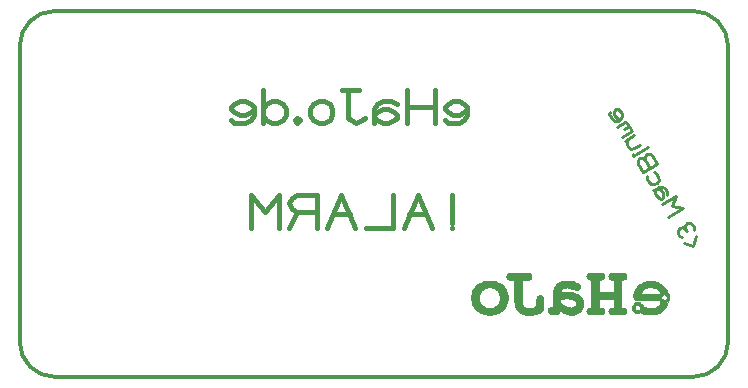
<source format=gbr>
G04 GENERATED BY PULSONIX 12.5 GERBER.DLL 9449*
G04 #@! TF.GenerationSoftware,Pulsonix,Pulsonix,12.5.9449*
G04 #@! TF.CreationDate,2025-04-26T21:18:15--1:00*
G04 #@! TF.Part,Single*
%FSLAX35Y35*%
%LPD*%
%MOMM*%
G04 #@! TF.FileFunction,Legend,Bot*
G04 #@! TF.FilePolarity,Positive*
G04 #@! TA.AperFunction,Profile*
%ADD10C,0.30000*%
G04 #@! TD.AperFunction*
%ADD12C,0.00001*%
%ADD107C,0.40000*%
%ADD108C,0.25000*%
G04 #@! TD.AperFunction*
X0Y0D02*
D02*
D10*
X703925Y3315500D02*
X6103925D01*
G75*
G02*
X6403925Y3015500I0J-300000D01*
G01*
Y515500D01*
G75*
G02*
X6103925Y215500I-300000J0D01*
G01*
X703925D01*
G75*
G02*
X403925Y515500I0J300000D01*
G01*
Y3015500D01*
G75*
G02*
X703925Y3315500I300000J0D01*
G01*
D02*
D12*
X5245548Y1038740D02*
Y802168D01*
X5234562D01*
X5225040Y800703D01*
X5218448Y799238D01*
X5214054Y797041D01*
X5209659Y792646D01*
X5206730Y787520D01*
X5204532Y781660D01*
X5203800Y775068D01*
X5204532Y767744D01*
X5205997Y761152D01*
X5209659Y756025D01*
X5213321Y752363D01*
X5216251Y750898D01*
X5219181Y749434D01*
X5222843Y747969D01*
X5227237Y747236D01*
X5233097Y746504D01*
X5238956Y745771D01*
X5246280D01*
X5253605D01*
X5311466D01*
X5323185D01*
X5332706Y747236D01*
X5340030Y749434D01*
X5345890Y752363D01*
X5349552Y756025D01*
X5352482Y761152D01*
X5354679Y767012D01*
Y774336D01*
X5353946Y782393D01*
X5351749Y788252D01*
X5348820Y794111D01*
X5343693Y798506D01*
X5337833Y800703D01*
X5330509Y802168D01*
X5321720Y802900D01*
X5311466Y803633D01*
X5307071D01*
Y879805D01*
X5438175D01*
Y803633D01*
X5427921D01*
X5419864Y802900D01*
X5412540Y802168D01*
X5405948Y799971D01*
X5400821Y797041D01*
X5395695Y792646D01*
X5392765Y787520D01*
X5390568Y781660D01*
X5389835Y775068D01*
X5390568Y767744D01*
X5392032Y761152D01*
X5394962Y756025D01*
X5398624Y752363D01*
X5403751Y749434D01*
X5411075Y747236D01*
X5419864Y745771D01*
X5430118D01*
X5504093D01*
X5513614D01*
X5522404Y747236D01*
X5528995Y750166D01*
X5533390Y753096D01*
X5537052Y757490D01*
X5539249Y762617D01*
X5540714Y768477D01*
X5541446Y775068D01*
X5540714Y782393D01*
X5538517Y788252D01*
X5535587Y793379D01*
X5531925Y797041D01*
X5526798Y799238D01*
X5520206Y800703D01*
X5510685Y802168D01*
X5499698D01*
Y1038740D01*
X5510685Y1039473D01*
X5520206Y1040937D01*
X5526798Y1043135D01*
X5531925Y1045332D01*
X5535587Y1048994D01*
X5538517Y1054121D01*
X5540714Y1060713D01*
X5541446Y1068037D01*
X5540714Y1074629D01*
X5539249Y1080488D01*
X5537052Y1084883D01*
X5533390Y1089277D01*
X5528263Y1092939D01*
X5521671Y1095137D01*
X5512882Y1096602D01*
X5502628D01*
X5433048D01*
X5421329D01*
X5412540Y1095137D01*
X5405216Y1093672D01*
X5400089Y1090742D01*
X5395695Y1087080D01*
X5392032Y1081953D01*
X5390568Y1075361D01*
X5389835Y1068037D01*
X5390568Y1060713D01*
X5392765Y1054121D01*
X5396427Y1048994D01*
X5401554Y1044600D01*
X5407413Y1042402D01*
X5414737Y1040205D01*
X5424259Y1039473D01*
X5434513Y1038740D01*
X5438175D01*
Y935469D01*
X5307071D01*
Y1038740D01*
X5317325D01*
X5326114Y1039473D01*
X5333439Y1040937D01*
X5339298Y1042402D01*
X5344425Y1045332D01*
X5349552Y1049727D01*
X5352482Y1054854D01*
X5353946Y1060713D01*
X5354679Y1068037D01*
X5353946Y1075361D01*
X5352482Y1081953D01*
X5349552Y1087080D01*
X5344425Y1090742D01*
X5339298Y1093672D01*
X5331974Y1095137D01*
X5321720Y1096602D01*
X5308536D01*
X5241886D01*
X5231632D01*
X5223575Y1095137D01*
X5216984Y1092939D01*
X5211857Y1089277D01*
X5208195Y1084883D01*
X5205997Y1080488D01*
X5204532Y1074629D01*
X5203800Y1068037D01*
X5204532Y1060713D01*
X5205997Y1054854D01*
X5209659Y1049727D01*
X5213321Y1045332D01*
X5218448Y1043135D01*
X5225040Y1040937D01*
X5234562Y1039473D01*
X5245548Y1038740D01*
G36*
X5245548Y1038740D02*
Y802168D01*
X5234562D01*
X5225040Y800703D01*
X5218448Y799238D01*
X5214054Y797041D01*
X5209659Y792646D01*
X5206730Y787520D01*
X5204532Y781660D01*
X5203800Y775068D01*
X5204532Y767744D01*
X5205997Y761152D01*
X5209659Y756025D01*
X5213321Y752363D01*
X5216251Y750898D01*
X5219181Y749434D01*
X5222843Y747969D01*
X5227237Y747236D01*
X5233097Y746504D01*
X5238956Y745771D01*
X5246280D01*
X5253605D01*
X5311466D01*
X5323185D01*
X5332706Y747236D01*
X5340030Y749434D01*
X5345890Y752363D01*
X5349552Y756025D01*
X5352482Y761152D01*
X5354679Y767012D01*
Y774336D01*
X5353946Y782393D01*
X5351749Y788252D01*
X5348820Y794111D01*
X5343693Y798506D01*
X5337833Y800703D01*
X5330509Y802168D01*
X5321720Y802900D01*
X5311466Y803633D01*
X5307071D01*
Y879805D01*
X5438175D01*
Y803633D01*
X5427921D01*
X5419864Y802900D01*
X5412540Y802168D01*
X5405948Y799971D01*
X5400821Y797041D01*
X5395695Y792646D01*
X5392765Y787520D01*
X5390568Y781660D01*
X5389835Y775068D01*
X5390568Y767744D01*
X5392032Y761152D01*
X5394962Y756025D01*
X5398624Y752363D01*
X5403751Y749434D01*
X5411075Y747236D01*
X5419864Y745771D01*
X5430118D01*
X5504093D01*
X5513614D01*
X5522404Y747236D01*
X5528995Y750166D01*
X5533390Y753096D01*
X5537052Y757490D01*
X5539249Y762617D01*
X5540714Y768477D01*
X5541446Y775068D01*
X5540714Y782393D01*
X5538517Y788252D01*
X5535587Y793379D01*
X5531925Y797041D01*
X5526798Y799238D01*
X5520206Y800703D01*
X5510685Y802168D01*
X5499698D01*
Y1038740D01*
X5510685Y1039473D01*
X5520206Y1040937D01*
X5526798Y1043135D01*
X5531925Y1045332D01*
X5535587Y1048994D01*
X5538517Y1054121D01*
X5540714Y1060713D01*
X5541446Y1068037D01*
X5540714Y1074629D01*
X5539249Y1080488D01*
X5537052Y1084883D01*
X5533390Y1089277D01*
X5528263Y1092939D01*
X5521671Y1095137D01*
X5512882Y1096602D01*
X5502628D01*
X5433048D01*
X5421329D01*
X5412540Y1095137D01*
X5405216Y1093672D01*
X5400089Y1090742D01*
X5395695Y1087080D01*
X5392032Y1081953D01*
X5390568Y1075361D01*
X5389835Y1068037D01*
X5390568Y1060713D01*
X5392765Y1054121D01*
X5396427Y1048994D01*
X5401554Y1044600D01*
X5407413Y1042402D01*
X5414737Y1040205D01*
X5424259Y1039473D01*
X5434513Y1038740D01*
X5438175D01*
Y935469D01*
X5307071D01*
Y1038740D01*
X5317325D01*
X5326114Y1039473D01*
X5333439Y1040937D01*
X5339298Y1042402D01*
X5344425Y1045332D01*
X5349552Y1049727D01*
X5352482Y1054854D01*
X5353946Y1060713D01*
X5354679Y1068037D01*
X5353946Y1075361D01*
X5352482Y1081953D01*
X5349552Y1087080D01*
X5344425Y1090742D01*
X5339298Y1093672D01*
X5331974Y1095137D01*
X5321720Y1096602D01*
X5308536D01*
X5241886D01*
X5231632D01*
X5223575Y1095137D01*
X5216984Y1092939D01*
X5211857Y1089277D01*
X5208195Y1084883D01*
X5205997Y1080488D01*
X5204532Y1074629D01*
X5203800Y1068037D01*
X5204532Y1060713D01*
X5205997Y1054854D01*
X5209659Y1049727D01*
X5213321Y1045332D01*
X5218448Y1043135D01*
X5225040Y1040937D01*
X5234562Y1039473D01*
X5245548Y1038740D01*
G37*
X4874210Y778730D02*
X4874943Y772139D01*
X4876407Y766279D01*
X4879337Y761885D01*
X4882999Y757490D01*
X4888126Y753828D01*
X4893253Y751631D01*
X4899112Y750166D01*
X4906437D01*
X4949650D01*
X4954777D01*
X4959904Y751631D01*
X4964298Y753828D01*
X4968693Y756025D01*
X4974552Y764814D01*
X4978214Y776533D01*
X4987003Y769941D01*
X4997257Y764082D01*
X5006779Y758955D01*
X5017765Y754561D01*
X5031681Y749434D01*
X5045597Y745771D01*
X5060245Y743574D01*
X5075626Y742842D01*
X5086612Y743574D01*
X5096866Y744307D01*
X5106388Y746504D01*
X5115909Y749434D01*
X5124698Y753096D01*
X5133487Y757490D01*
X5140812Y762617D01*
X5148136Y768477D01*
X5154728Y775068D01*
X5160587Y782393D01*
X5165714Y789717D01*
X5169376Y797773D01*
X5172306Y806562D01*
X5174503Y815352D01*
X5175968Y824873D01*
X5176700Y834395D01*
X5175968Y846113D01*
X5174503Y857832D01*
X5171573Y868086D01*
X5167179Y877607D01*
X5162052Y887129D01*
X5155460Y895186D01*
X5147404Y903242D01*
X5138614Y909834D01*
X5129093Y915693D01*
X5118839Y921553D01*
X5107853Y925947D01*
X5096134Y929609D01*
X5083683Y931807D01*
X5069767Y934004D01*
X5055118Y935469D01*
X5039737D01*
X5022892D01*
X5006046Y934004D01*
X4982609Y930342D01*
X4984073Y939863D01*
X4987003Y947920D01*
X4990665Y955244D01*
X4995792Y961104D01*
X5002384Y966230D01*
X5011905Y970625D01*
X5022892Y972822D01*
X5036075Y973555D01*
X5045597Y972822D01*
X5056583Y970625D01*
X5068302Y967695D01*
X5080753Y962568D01*
X5093937Y957441D01*
X5104191Y953779D01*
X5112980Y951582D01*
X5119571Y950850D01*
X5125431Y951582D01*
X5130558Y953047D01*
X5135685Y955977D01*
X5139347Y959639D01*
X5143009Y964766D01*
X5145206Y969893D01*
X5146671Y976484D01*
X5147404Y983076D01*
X5146671Y988203D01*
X5145206Y994062D01*
X5142277Y998457D01*
X5137882Y1003584D01*
X5132755Y1007979D01*
X5126163Y1011641D01*
X5118839Y1015303D01*
X5110050Y1018965D01*
X5093204Y1024092D01*
X5073429Y1027754D01*
X5052189Y1029951D01*
X5028019Y1030684D01*
X5015568Y1029951D01*
X5003849Y1028486D01*
X4992862Y1027021D01*
X4982609Y1023359D01*
X4973087Y1019697D01*
X4964298Y1015303D01*
X4956241Y1009443D01*
X4948917Y1003584D01*
X4942325Y996260D01*
X4936466Y988203D01*
X4932071Y979414D01*
X4928409Y969893D01*
X4924747Y959639D01*
X4923282Y948652D01*
X4921818Y936934D01*
X4921085Y923750D01*
Y807295D01*
X4916691D01*
X4906437Y806562D01*
X4897648Y805830D01*
X4891056Y804365D01*
X4885196Y802168D01*
X4880802Y797773D01*
X4877140Y792646D01*
X4874943Y786787D01*
X4874210Y778730D01*
X5004581Y879805D02*
X5017765Y881270D01*
X5031681Y882002D01*
X5050724Y880537D01*
X5066837Y878340D01*
X5081486Y874678D01*
X5093937Y868818D01*
X5102726Y862227D01*
X5108585Y854902D01*
X5112980Y846846D01*
X5113712Y838057D01*
X5112980Y830732D01*
X5110782Y824873D01*
X5107120Y819746D01*
X5101993Y814619D01*
X5095402Y809492D01*
X5087345Y806562D01*
X5078556Y804365D01*
X5069034Y803633D01*
X5052921Y804365D01*
X5037540Y808027D01*
X5022159Y813154D01*
X5008243Y821211D01*
X5002384Y824873D01*
X4997257Y828535D01*
X4992862Y832930D01*
X4989200Y836592D01*
X4986271Y840254D01*
X4984073Y843916D01*
X4983341Y847578D01*
X4982609Y851240D01*
Y875410D01*
X5004581Y879805D01*
X4921085Y923750D02*
G36*
X4921085Y923750D02*
Y842817D01*
X4984733D01*
X4984073Y843916D01*
X4983341Y847578D01*
X4982609Y851240D01*
Y875410D01*
X5004581Y879805D01*
X5017765Y881270D01*
X5031681Y882002D01*
X5050724Y880537D01*
X5066837Y878340D01*
X5081486Y874678D01*
X5093937Y868818D01*
X5102726Y862227D01*
X5108585Y854902D01*
X5112980Y846846D01*
X5113316Y842817D01*
X5176174D01*
X5175968Y846113D01*
X5174503Y857832D01*
X5171573Y868086D01*
X5167179Y877607D01*
X5162052Y887129D01*
X5155460Y895186D01*
X5147404Y903242D01*
X5138614Y909834D01*
X5129093Y915693D01*
X5118839Y921553D01*
X5107853Y925947D01*
X5096134Y929609D01*
X5083683Y931807D01*
X5069767Y934004D01*
X5055118Y935469D01*
X5039737D01*
X5022892D01*
X5006046Y934004D01*
X4982609Y930342D01*
X4984073Y939863D01*
X4987003Y947920D01*
X4990665Y955244D01*
X4995792Y961104D01*
X5002384Y966230D01*
X5011905Y970625D01*
X5022892Y972822D01*
X5036075Y973555D01*
X5045597Y972822D01*
X5056583Y970625D01*
X5068302Y967695D01*
X5080753Y962568D01*
X5093937Y957441D01*
X5104191Y953779D01*
X5112980Y951582D01*
X5119571Y950850D01*
X5125431Y951582D01*
X5130558Y953047D01*
X5135685Y955977D01*
X5139347Y959639D01*
X5143009Y964766D01*
X5145206Y969893D01*
X5146671Y976484D01*
X5147404Y983076D01*
X5146671Y988203D01*
X5145206Y994062D01*
X5142277Y998457D01*
X5137882Y1003584D01*
X5132755Y1007979D01*
X5126163Y1011641D01*
X5118839Y1015303D01*
X5110050Y1018965D01*
X5093204Y1024092D01*
X5073429Y1027754D01*
X5052189Y1029951D01*
X5028019Y1030684D01*
X5015568Y1029951D01*
X5003849Y1028486D01*
X4992862Y1027021D01*
X4982609Y1023359D01*
X4973087Y1019697D01*
X4964298Y1015303D01*
X4956241Y1009443D01*
X4948917Y1003584D01*
X4942325Y996260D01*
X4936466Y988203D01*
X4932071Y979414D01*
X4928409Y969893D01*
X4924747Y959639D01*
X4923282Y948652D01*
X4921818Y936934D01*
X4921085Y923750D01*
G37*
X4874210Y778730D02*
G36*
X4874210Y778730D02*
X4874943Y772139D01*
X4876407Y766279D01*
X4879337Y761885D01*
X4882999Y757490D01*
X4888126Y753828D01*
X4893253Y751631D01*
X4899112Y750166D01*
X4906437D01*
X4949650D01*
X4954777D01*
X4959904Y751631D01*
X4964298Y753828D01*
X4968693Y756025D01*
X4974552Y764814D01*
X4978214Y776533D01*
X4987003Y769941D01*
X4997257Y764082D01*
X5006779Y758955D01*
X5017765Y754561D01*
X5031681Y749434D01*
X5045597Y745771D01*
X5060245Y743574D01*
X5075626Y742842D01*
X5086612Y743574D01*
X5096866Y744307D01*
X5106388Y746504D01*
X5115909Y749434D01*
X5124698Y753096D01*
X5133487Y757490D01*
X5140812Y762617D01*
X5148136Y768477D01*
X5154728Y775068D01*
X5160587Y782393D01*
X5165714Y789717D01*
X5169376Y797773D01*
X5172306Y806562D01*
X5174503Y815352D01*
X5175968Y824873D01*
X5176700Y834395D01*
X5176174Y842817D01*
X5113316D01*
X5113712Y838057D01*
X5112980Y830732D01*
X5110782Y824873D01*
X5107120Y819746D01*
X5101993Y814619D01*
X5095402Y809492D01*
X5087345Y806562D01*
X5078556Y804365D01*
X5069034Y803633D01*
X5052921Y804365D01*
X5037540Y808027D01*
X5022159Y813154D01*
X5008243Y821211D01*
X5002384Y824873D01*
X4997257Y828535D01*
X4992862Y832930D01*
X4989200Y836592D01*
X4986271Y840254D01*
X4984733Y842817D01*
X4921085D01*
Y807295D01*
X4916691D01*
X4906437Y806562D01*
X4897648Y805830D01*
X4891056Y804365D01*
X4885196Y802168D01*
X4880802Y797773D01*
X4877140Y792646D01*
X4874943Y786787D01*
X4874210Y778730D01*
G37*
X4524845Y1068037D02*
X4525577Y1060713D01*
X4527775Y1054121D01*
X4530704Y1048994D01*
X4535099Y1044600D01*
X4540226Y1042402D01*
X4546818Y1040205D01*
X4555607Y1039473D01*
X4566593Y1038740D01*
X4592960D01*
Y870283D01*
X4593693Y854170D01*
X4595157Y839521D01*
X4597355Y825605D01*
X4600284Y812422D01*
X4604679Y800703D01*
X4609806Y790449D01*
X4615665Y780928D01*
X4622257Y772871D01*
X4630314Y765547D01*
X4639835Y759687D01*
X4649357Y753828D01*
X4661075Y749434D01*
X4672794Y746504D01*
X4686710Y743574D01*
X4700626Y742109D01*
X4716007D01*
X4729923D01*
X4743107Y743574D01*
X4755558Y745039D01*
X4768009Y747969D01*
X4779728Y750898D01*
X4792179Y756025D01*
X4804630Y761152D01*
X4817081Y767744D01*
X4822941Y770674D01*
X4827335Y774336D01*
X4830997Y777266D01*
X4833195Y780928D01*
X4834659Y785322D01*
X4836124Y790449D01*
X4836857Y797041D01*
Y804365D01*
Y869551D01*
Y880537D01*
X4835392Y888594D01*
X4833927Y895186D01*
X4830997Y899580D01*
X4827335Y903242D01*
X4822208Y906172D01*
X4817081Y907637D01*
X4811222Y908369D01*
X4801700Y906904D01*
X4794376Y903975D01*
X4787784Y898848D01*
X4784122Y891523D01*
X4782657Y887861D01*
X4781193Y883467D01*
Y880537D01*
X4780460Y876875D01*
Y873213D01*
Y868086D01*
Y865156D01*
X4779728Y849775D01*
X4777530Y835859D01*
X4774601Y827070D01*
X4769474Y819014D01*
X4764347Y812422D01*
X4757755Y805830D01*
X4748966Y801436D01*
X4740177Y797773D01*
X4729923Y796309D01*
X4718937Y795576D01*
X4702823Y796309D01*
X4689640Y799971D01*
X4678654Y805830D01*
X4669864Y813887D01*
X4666935Y819014D01*
X4663273Y824141D01*
X4661075Y831465D01*
X4658878Y838789D01*
X4657413Y847578D01*
X4655948Y856367D01*
X4655216Y866621D01*
Y877607D01*
Y1038740D01*
X4695499D01*
X4707218Y1039473D01*
X4716007Y1040205D01*
X4722599Y1042402D01*
X4727726Y1044600D01*
X4732120Y1048994D01*
X4735782Y1054121D01*
X4737247Y1060713D01*
X4737980Y1068037D01*
Y1074629D01*
X4736515Y1080488D01*
X4733585Y1084883D01*
X4730655Y1089277D01*
X4726261Y1092939D01*
X4721134Y1095137D01*
X4715275Y1096602D01*
X4708683D01*
X4553409D01*
X4546818D01*
X4540958Y1095137D01*
X4536564Y1092207D01*
X4532169Y1088545D01*
X4529239Y1084150D01*
X4527042Y1079756D01*
X4525577Y1073896D01*
X4524845Y1068037D01*
G36*
X4524845Y1068037D02*
X4525577Y1060713D01*
X4527775Y1054121D01*
X4530704Y1048994D01*
X4535099Y1044600D01*
X4540226Y1042402D01*
X4546818Y1040205D01*
X4555607Y1039473D01*
X4566593Y1038740D01*
X4592960D01*
Y870283D01*
X4593693Y854170D01*
X4595157Y839521D01*
X4597355Y825605D01*
X4600284Y812422D01*
X4604679Y800703D01*
X4609806Y790449D01*
X4615665Y780928D01*
X4622257Y772871D01*
X4630314Y765547D01*
X4639835Y759687D01*
X4649357Y753828D01*
X4661075Y749434D01*
X4672794Y746504D01*
X4686710Y743574D01*
X4700626Y742109D01*
X4716007D01*
X4729923D01*
X4743107Y743574D01*
X4755558Y745039D01*
X4768009Y747969D01*
X4779728Y750898D01*
X4792179Y756025D01*
X4804630Y761152D01*
X4817081Y767744D01*
X4822941Y770674D01*
X4827335Y774336D01*
X4830997Y777266D01*
X4833195Y780928D01*
X4834659Y785322D01*
X4836124Y790449D01*
X4836857Y797041D01*
Y804365D01*
Y869551D01*
Y880537D01*
X4835392Y888594D01*
X4833927Y895186D01*
X4830997Y899580D01*
X4827335Y903242D01*
X4822208Y906172D01*
X4817081Y907637D01*
X4811222Y908369D01*
X4801700Y906904D01*
X4794376Y903975D01*
X4787784Y898848D01*
X4784122Y891523D01*
X4782657Y887861D01*
X4781193Y883467D01*
Y880537D01*
X4780460Y876875D01*
Y873213D01*
Y868086D01*
Y865156D01*
X4779728Y849775D01*
X4777530Y835859D01*
X4774601Y827070D01*
X4769474Y819014D01*
X4764347Y812422D01*
X4757755Y805830D01*
X4748966Y801436D01*
X4740177Y797773D01*
X4729923Y796309D01*
X4718937Y795576D01*
X4702823Y796309D01*
X4689640Y799971D01*
X4678654Y805830D01*
X4669864Y813887D01*
X4666935Y819014D01*
X4663273Y824141D01*
X4661075Y831465D01*
X4658878Y838789D01*
X4657413Y847578D01*
X4655948Y856367D01*
X4655216Y866621D01*
Y877607D01*
Y1038740D01*
X4695499D01*
X4707218Y1039473D01*
X4716007Y1040205D01*
X4722599Y1042402D01*
X4727726Y1044600D01*
X4732120Y1048994D01*
X4735782Y1054121D01*
X4737247Y1060713D01*
X4737980Y1068037D01*
Y1074629D01*
X4736515Y1080488D01*
X4733585Y1084883D01*
X4730655Y1089277D01*
X4726261Y1092939D01*
X4721134Y1095137D01*
X4715275Y1096602D01*
X4708683D01*
X4553409D01*
X4546818D01*
X4540958Y1095137D01*
X4536564Y1092207D01*
X4532169Y1088545D01*
X4529239Y1084150D01*
X4527042Y1079756D01*
X4525577Y1073896D01*
X4524845Y1068037D01*
G37*
X4228214Y887129D02*
X4228946Y871748D01*
X4230411Y857100D01*
X4234073Y842451D01*
X4238468Y829268D01*
X4245060Y816816D01*
X4252384Y805098D01*
X4261173Y793379D01*
X4271427Y783125D01*
X4282413Y773604D01*
X4294132Y765547D01*
X4307316Y758955D01*
X4320499Y753096D01*
X4335148Y748701D01*
X4349796Y745771D01*
X4365909Y743574D01*
X4382755Y742842D01*
X4399601Y743574D01*
X4414982Y745771D01*
X4430362Y748701D01*
X4444279Y753096D01*
X4457462Y758955D01*
X4470646Y765547D01*
X4482364Y773604D01*
X4493351Y783125D01*
X4503605Y793379D01*
X4512394Y805098D01*
X4519718Y816816D01*
X4526310Y829268D01*
X4530704Y842451D01*
X4534366Y856367D01*
X4535831Y871016D01*
X4536564Y886396D01*
X4535831Y901777D01*
X4534366Y917158D01*
X4530704Y931074D01*
X4526310Y944258D01*
X4519718Y956709D01*
X4512394Y968428D01*
X4503605Y980146D01*
X4493351Y990400D01*
X4482364Y999922D01*
X4470646Y1007979D01*
X4457462Y1014570D01*
X4444279Y1020430D01*
X4430362Y1024824D01*
X4414982Y1027754D01*
X4398868Y1029951D01*
X4382755Y1030684D01*
X4365909Y1029951D01*
X4349796Y1027754D01*
X4335148Y1024824D01*
X4320499Y1020430D01*
X4307316Y1014570D01*
X4294132Y1007979D01*
X4282413Y999922D01*
X4271427Y990400D01*
X4261173Y980146D01*
X4252384Y968428D01*
X4245060Y956709D01*
X4238468Y944258D01*
X4234073Y931074D01*
X4230411Y917158D01*
X4228946Y902510D01*
X4228214Y887129D01*
X4469913D02*
X4469181Y877607D01*
X4468448Y868818D01*
X4466251Y860029D01*
X4464054Y851973D01*
X4460392Y844648D01*
X4455997Y837324D01*
X4450870Y830732D01*
X4445743Y824141D01*
X4439152Y818281D01*
X4432560Y813154D01*
X4425236Y809492D01*
X4417911Y805830D01*
X4409122Y802900D01*
X4401066Y801436D01*
X4391544Y799971D01*
X4382023D01*
X4373234D01*
X4363712Y801436D01*
X4354923Y802900D01*
X4346866Y805830D01*
X4339542Y809492D01*
X4332218Y813154D01*
X4325626Y818281D01*
X4319034Y824141D01*
X4313175Y830732D01*
X4308048Y837324D01*
X4303654Y844648D01*
X4300724Y851973D01*
X4297794Y860029D01*
X4295597Y868086D01*
X4294864Y877607D01*
X4294132Y886396D01*
X4294864Y895918D01*
X4295597Y904707D01*
X4297794Y913496D01*
X4300724Y921553D01*
X4303654Y928877D01*
X4308048Y936201D01*
X4313175Y943525D01*
X4319034Y949385D01*
X4325626Y955244D01*
X4332218Y960371D01*
X4339542Y964766D01*
X4346866Y968428D01*
X4354923Y970625D01*
X4363712Y972822D01*
X4373234Y973555D01*
X4382023Y974287D01*
X4391544Y973555D01*
X4401066Y972822D01*
X4409122Y970625D01*
X4417911Y968428D01*
X4425236Y964766D01*
X4432560Y960371D01*
X4439152Y955244D01*
X4445743Y949385D01*
X4450870Y943525D01*
X4455997Y936201D01*
X4460392Y929609D01*
X4464054Y921553D01*
X4466251Y913496D01*
X4468448Y905439D01*
X4469181Y896650D01*
X4469913Y887129D01*
X4228214D02*
G36*
X4228214Y887129D02*
X4294188D01*
X4294864Y895918D01*
X4295597Y904707D01*
X4297794Y913496D01*
X4300724Y921553D01*
X4303654Y928877D01*
X4308048Y936201D01*
X4313175Y943525D01*
X4319034Y949385D01*
X4325626Y955244D01*
X4332218Y960371D01*
X4339542Y964766D01*
X4346866Y968428D01*
X4354923Y970625D01*
X4363712Y972822D01*
X4373234Y973555D01*
X4382023Y974287D01*
X4391544Y973555D01*
X4401066Y972822D01*
X4409122Y970625D01*
X4417911Y968428D01*
X4425236Y964766D01*
X4432560Y960371D01*
X4439152Y955244D01*
X4445743Y949385D01*
X4450870Y943525D01*
X4455997Y936201D01*
X4460392Y929609D01*
X4464054Y921553D01*
X4466251Y913496D01*
X4468448Y905439D01*
X4469181Y896650D01*
X4469913Y887129D01*
X4536529D01*
X4535831Y901777D01*
X4534366Y917158D01*
X4530704Y931074D01*
X4526310Y944258D01*
X4519718Y956709D01*
X4512394Y968428D01*
X4503605Y980146D01*
X4493351Y990400D01*
X4482364Y999922D01*
X4470646Y1007979D01*
X4457462Y1014570D01*
X4444279Y1020430D01*
X4430362Y1024824D01*
X4414982Y1027754D01*
X4398868Y1029951D01*
X4382755Y1030684D01*
X4365909Y1029951D01*
X4349796Y1027754D01*
X4335148Y1024824D01*
X4320499Y1020430D01*
X4307316Y1014570D01*
X4294132Y1007979D01*
X4282413Y999922D01*
X4271427Y990400D01*
X4261173Y980146D01*
X4252384Y968428D01*
X4245060Y956709D01*
X4238468Y944258D01*
X4234073Y931074D01*
X4230411Y917158D01*
X4228946Y902510D01*
X4228214Y887129D01*
G37*
G36*
X4228214Y887129D02*
X4228946Y871748D01*
X4230411Y857100D01*
X4234073Y842451D01*
X4238468Y829268D01*
X4245060Y816816D01*
X4252384Y805098D01*
X4261173Y793379D01*
X4271427Y783125D01*
X4282413Y773604D01*
X4294132Y765547D01*
X4307316Y758955D01*
X4320499Y753096D01*
X4335148Y748701D01*
X4349796Y745771D01*
X4365909Y743574D01*
X4382755Y742842D01*
X4399601Y743574D01*
X4414982Y745771D01*
X4430362Y748701D01*
X4444279Y753096D01*
X4457462Y758955D01*
X4470646Y765547D01*
X4482364Y773604D01*
X4493351Y783125D01*
X4503605Y793379D01*
X4512394Y805098D01*
X4519718Y816816D01*
X4526310Y829268D01*
X4530704Y842451D01*
X4534366Y856367D01*
X4535831Y871016D01*
X4536564Y886396D01*
X4536529Y887129D01*
X4469913D01*
X4469181Y877607D01*
X4468448Y868818D01*
X4466251Y860029D01*
X4464054Y851973D01*
X4460392Y844648D01*
X4455997Y837324D01*
X4450870Y830732D01*
X4445743Y824141D01*
X4439152Y818281D01*
X4432560Y813154D01*
X4425236Y809492D01*
X4417911Y805830D01*
X4409122Y802900D01*
X4401066Y801436D01*
X4391544Y799971D01*
X4382023D01*
X4373234D01*
X4363712Y801436D01*
X4354923Y802900D01*
X4346866Y805830D01*
X4339542Y809492D01*
X4332218Y813154D01*
X4325626Y818281D01*
X4319034Y824141D01*
X4313175Y830732D01*
X4308048Y837324D01*
X4303654Y844648D01*
X4300724Y851973D01*
X4297794Y860029D01*
X4295597Y868086D01*
X4294864Y877607D01*
X4294132Y886396D01*
X4294188Y887129D01*
X4228214D01*
G37*
X5660831Y841719D02*
X5652775Y846113D01*
X5644718Y848311D01*
X5635196Y849043D01*
X5626407Y848311D01*
X5617618Y846113D01*
X5609562Y841719D01*
X5602970Y835859D01*
X5597111Y828535D01*
X5592716Y820479D01*
X5590519Y811689D01*
X5589054Y802900D01*
X5590519Y794111D01*
X5592716Y784590D01*
X5597111Y777266D01*
X5602237Y769941D01*
X5609562Y764082D01*
X5617618Y759687D01*
X5626407Y757490D01*
X5635196Y756758D01*
X5644718Y757490D01*
X5657169Y762617D01*
X5673282Y756758D01*
X5688663Y752363D01*
X5703312Y748701D01*
X5718693Y746504D01*
X5734073Y745771D01*
X5748722D01*
X5764835Y746504D01*
X5780216Y747969D01*
X5794132Y750898D01*
X5808048Y755293D01*
X5820499Y760420D01*
X5832218Y767012D01*
X5843937Y774336D01*
X5854191Y783125D01*
X5867374Y798506D01*
X5878361Y816084D01*
X5886417Y835859D01*
X5892277Y857832D01*
X5899601Y866621D01*
X5904728Y876875D01*
X5906193Y888594D01*
X5905460Y901045D01*
X5902530Y909102D01*
X5898868Y917158D01*
X5893741Y923750D01*
X5887150Y929609D01*
X5881290Y945723D01*
X5873234Y961104D01*
X5862980Y975020D01*
X5851261Y988203D01*
X5840275Y996992D01*
X5828556Y1005049D01*
X5816105Y1011641D01*
X5802921Y1016768D01*
X5789005Y1021162D01*
X5773624Y1024092D01*
X5758243Y1026289D01*
X5742130Y1027021D01*
X5726749Y1026289D01*
X5712833Y1024824D01*
X5699650Y1021895D01*
X5686466Y1017500D01*
X5674015Y1012373D01*
X5663029Y1006514D01*
X5652042Y999189D01*
X5641788Y990400D01*
X5632267Y980879D01*
X5624210Y970625D01*
X5616886Y959639D01*
X5611027Y948652D01*
X5606632Y936934D01*
X5603702Y925215D01*
X5601505Y912031D01*
Y899580D01*
Y890791D01*
X5602970Y883467D01*
X5605900Y878340D01*
X5609562Y873945D01*
X5614689Y871016D01*
X5623478Y869551D01*
X5634464Y868086D01*
X5649112D01*
X5820499D01*
X5824894Y861494D01*
X5830753Y855635D01*
X5827823Y843916D01*
X5822696Y833662D01*
X5816837Y824141D01*
X5808780Y816084D01*
X5796329Y807295D01*
X5781681Y800703D01*
X5764103Y797041D01*
X5744327Y796309D01*
X5730411Y797041D01*
X5714298Y799971D01*
X5698185Y804365D01*
X5681339Y810957D01*
Y811689D01*
X5678409Y820479D01*
X5674015Y829268D01*
X5668155Y835859D01*
X5660831Y841719D01*
X5800724Y959639D02*
X5808780Y952314D01*
X5816105Y943525D01*
X5821964Y934736D01*
X5827091Y923750D01*
X5820499Y916426D01*
X5664493Y915693D01*
X5667423Y928145D01*
X5672550Y939863D01*
X5679874Y950117D01*
X5688663Y958906D01*
X5700382Y966963D01*
X5712833Y972090D01*
X5726749Y975752D01*
X5742130Y977217D01*
X5758976Y975752D01*
X5774357Y972822D01*
X5788273Y966963D01*
X5800724Y959639D01*
X5847599Y872480D02*
X5843937Y875410D01*
X5841007Y879072D01*
X5838810Y882734D01*
X5837345Y887129D01*
Y891523D01*
Y895918D01*
X5838810Y900312D01*
X5841007Y903975D01*
X5843937Y907637D01*
X5847599Y910566D01*
X5851261Y912764D01*
X5855655Y913496D01*
X5860050Y914229D01*
X5864445Y913496D01*
X5868839Y912764D01*
X5873234Y910566D01*
X5876163Y907637D01*
X5879093Y904707D01*
X5882755Y896650D01*
Y891523D01*
Y887129D01*
X5881290Y883467D01*
X5879093Y879072D01*
X5876896Y875410D01*
X5873234Y873213D01*
X5869571Y871016D01*
X5865177Y869551D01*
X5860782Y868818D01*
X5856388Y869551D01*
X5851993Y871016D01*
X5847599Y872480D01*
X5622745Y783857D02*
X5619083Y786787D01*
X5616886Y790449D01*
X5614689Y794111D01*
X5613224Y799238D01*
X5612491Y803633D01*
X5613224Y808027D01*
X5614689Y811689D01*
X5616154Y816084D01*
X5622745Y821943D01*
X5630802Y825605D01*
X5635929Y826338D01*
X5640323Y825605D01*
X5644718Y824141D01*
X5648380Y821943D01*
X5652042Y819014D01*
X5654972Y815352D01*
X5657902Y807295D01*
X5658634Y802900D01*
X5657902Y798506D01*
X5657169Y794111D01*
X5654239Y790449D01*
X5651310Y786787D01*
X5647648Y783857D01*
X5643986Y781660D01*
X5639591Y780928D01*
X5635196Y780195D01*
X5630802Y780928D01*
X5627140Y781660D01*
X5622745Y783857D01*
X5589115Y803266D02*
G36*
X5589115Y803266D02*
X5612552D01*
X5612491Y803633D01*
X5613224Y808027D01*
X5614689Y811689D01*
X5616154Y816084D01*
X5622745Y821943D01*
X5630802Y825605D01*
X5635929Y826338D01*
X5640323Y825605D01*
X5644718Y824141D01*
X5648380Y821943D01*
X5652042Y819014D01*
X5654972Y815352D01*
X5657902Y807295D01*
X5658573Y803266D01*
X5702215D01*
X5698185Y804365D01*
X5681339Y810957D01*
Y811689D01*
X5678409Y820479D01*
X5674015Y829268D01*
X5668155Y835859D01*
X5660831Y841719D01*
X5652775Y846113D01*
X5644718Y848311D01*
X5635196Y849043D01*
X5626407Y848311D01*
X5617618Y846113D01*
X5609562Y841719D01*
X5602970Y835859D01*
X5597111Y828535D01*
X5592716Y820479D01*
X5590519Y811689D01*
X5589115Y803266D01*
G37*
X5589054Y802900D02*
G36*
X5589054Y802900D02*
X5590519Y794111D01*
X5592716Y784590D01*
X5597111Y777266D01*
X5602237Y769941D01*
X5609562Y764082D01*
X5617618Y759687D01*
X5626407Y757490D01*
X5635196Y756758D01*
X5644718Y757490D01*
X5657169Y762617D01*
X5673282Y756758D01*
X5688663Y752363D01*
X5703312Y748701D01*
X5718693Y746504D01*
X5734073Y745771D01*
X5748722D01*
X5764835Y746504D01*
X5780216Y747969D01*
X5794132Y750898D01*
X5808048Y755293D01*
X5820499Y760420D01*
X5832218Y767012D01*
X5843937Y774336D01*
X5854191Y783125D01*
X5867374Y798506D01*
X5870349Y803266D01*
X5787376D01*
X5781681Y800703D01*
X5764103Y797041D01*
X5744327Y796309D01*
X5730411Y797041D01*
X5714298Y799971D01*
X5702215Y803266D01*
X5658573D01*
X5658634Y802900D01*
X5657902Y798506D01*
X5657169Y794111D01*
X5654239Y790449D01*
X5651310Y786787D01*
X5647648Y783857D01*
X5643986Y781660D01*
X5639591Y780928D01*
X5635196Y780195D01*
X5630802Y780928D01*
X5627140Y781660D01*
X5622745Y783857D01*
X5619083Y786787D01*
X5616886Y790449D01*
X5614689Y794111D01*
X5613224Y799238D01*
X5612552Y803266D01*
X5589115D01*
X5589054Y802900D01*
G37*
X5610203Y946455D02*
G36*
X5610203Y946455D02*
X5677258D01*
X5679874Y950117D01*
X5688663Y958906D01*
X5700382Y966963D01*
X5712833Y972090D01*
X5726749Y975752D01*
X5742130Y977217D01*
X5758976Y975752D01*
X5774357Y972822D01*
X5788273Y966963D01*
X5800724Y959639D01*
X5808780Y952314D01*
X5813663Y946455D01*
X5880907D01*
X5873234Y961104D01*
X5862980Y975020D01*
X5851261Y988203D01*
X5840275Y996992D01*
X5828556Y1005049D01*
X5816105Y1011641D01*
X5802921Y1016768D01*
X5789005Y1021162D01*
X5773624Y1024092D01*
X5758243Y1026289D01*
X5742130Y1027021D01*
X5726749Y1026289D01*
X5712833Y1024824D01*
X5699650Y1021895D01*
X5686466Y1017500D01*
X5674015Y1012373D01*
X5663029Y1006514D01*
X5652042Y999189D01*
X5641788Y990400D01*
X5632267Y980879D01*
X5624210Y970625D01*
X5616886Y959639D01*
X5611027Y948652D01*
X5610203Y946455D01*
G37*
X5601505Y912031D02*
G36*
X5601505Y912031D02*
Y899580D01*
Y891523D01*
X5837345D01*
Y895918D01*
X5838810Y900312D01*
X5841007Y903975D01*
X5843937Y907637D01*
X5847599Y910566D01*
X5851261Y912764D01*
X5855655Y913496D01*
X5860050Y914229D01*
X5864445Y913496D01*
X5868839Y912764D01*
X5873234Y910566D01*
X5876163Y907637D01*
X5879093Y904707D01*
X5882755Y896650D01*
Y891523D01*
X5906021D01*
X5905460Y901045D01*
X5902530Y909102D01*
X5898868Y917158D01*
X5893741Y923750D01*
X5887150Y929609D01*
X5881290Y945723D01*
X5880907Y946455D01*
X5813663D01*
X5816105Y943525D01*
X5821964Y934736D01*
X5827091Y923750D01*
X5820499Y916426D01*
X5664493Y915693D01*
X5667423Y928145D01*
X5672550Y939863D01*
X5677258Y946455D01*
X5610203D01*
X5606632Y936934D01*
X5603702Y925215D01*
X5601505Y912031D01*
G37*
Y891523D02*
G36*
X5601505Y891523D02*
Y890791D01*
X5602970Y883467D01*
X5605900Y878340D01*
X5609562Y873945D01*
X5614689Y871016D01*
X5623478Y869551D01*
X5634464Y868086D01*
X5649112D01*
X5820499D01*
X5824894Y861494D01*
X5830753Y855635D01*
X5827823Y843916D01*
X5822696Y833662D01*
X5816837Y824141D01*
X5808780Y816084D01*
X5796329Y807295D01*
X5787376Y803266D01*
X5870349D01*
X5878361Y816084D01*
X5886417Y835859D01*
X5892277Y857832D01*
X5899601Y866621D01*
X5904728Y876875D01*
X5906193Y888594D01*
X5906021Y891523D01*
X5882755D01*
Y887129D01*
X5881290Y883467D01*
X5879093Y879072D01*
X5876896Y875410D01*
X5873234Y873213D01*
X5869571Y871016D01*
X5865177Y869551D01*
X5860782Y868818D01*
X5856388Y869551D01*
X5851993Y871016D01*
X5847599Y872480D01*
X5843937Y875410D01*
X5841007Y879072D01*
X5838810Y882734D01*
X5837345Y887129D01*
Y891523D01*
X5601505D01*
G37*
D02*
D107*
X4065425Y1475088D02*
X4065426Y1475089D01*
X4065425Y1522147D02*
X4065425Y1757441D01*
X3893425Y1475088D02*
X3775778Y1757441D01*
X3658131Y1475088D01*
X3846366Y1592735D02*
X3705190Y1592735D01*
X3569425Y1757441D02*
X3569425Y1475088D01*
X3334131D01*
X3245425D02*
X3127778Y1757441D01*
X3010131Y1475088D01*
X3198366Y1592735D02*
X3057190Y1592735D01*
X2921425Y1475088D02*
X2921425Y1757441D01*
X2756719D01*
X2709660Y1733912D01*
X2686131Y1686853D01*
X2709660Y1639794D01*
X2756719Y1616265D01*
X2921425D01*
X2756719D02*
X2686131Y1475088D01*
X2597425D02*
X2597425Y1757441D01*
X2479778Y1616265D01*
X2362131Y1757441D01*
Y1475088D01*
X4004190Y2387618D02*
X4027719Y2364088D01*
X4074778D01*
X4121837D01*
X4168896Y2387618D01*
X4192425Y2434676D01*
Y2505265D01*
X4168896Y2528794D01*
X4121837Y2552324D01*
X4074778D01*
X4027719Y2528794D01*
X4004190Y2505265D01*
Y2481735D01*
X4027719Y2458206D01*
X4074778Y2434676D01*
X4121837D01*
X4168896Y2458206D01*
X4192425Y2481735D01*
X3920425Y2364088D02*
X3920425Y2646441D01*
Y2505265D02*
X3685131Y2505265D01*
Y2364088D02*
X3685131Y2646441D01*
X3596425Y2528794D02*
X3549366Y2552324D01*
X3478778D01*
X3431719Y2528794D01*
X3408190Y2481735D01*
Y2411147D01*
X3431719Y2387618D01*
X3478778Y2364088D01*
X3525837D01*
X3572896Y2387618D01*
X3596425Y2411147D01*
Y2434676D01*
X3572896Y2458206D01*
X3525837Y2481735D01*
X3478778D01*
X3431719Y2458206D01*
X3408190Y2434676D01*
Y2411147D02*
X3408190Y2364088D01*
X3324425Y2411147D02*
X3300896Y2387618D01*
X3253837Y2364088D01*
X3206778Y2387618D01*
X3183249Y2411147D01*
Y2646441D01*
X3136190D01*
X3183249D02*
X3277366Y2646441D01*
X3052425Y2434676D02*
X3028896Y2387618D01*
X2981837Y2364088D01*
X2934778D01*
X2887719Y2387618D01*
X2864190Y2434676D01*
Y2481735D01*
X2887719Y2528794D01*
X2934778Y2552324D01*
X2981837D01*
X3028896Y2528794D01*
X3052425Y2481735D01*
Y2434676D01*
X2756896Y2364088D02*
X2733366Y2387618D01*
X2756896Y2411147D01*
X2780425Y2387618D01*
X2756896Y2364088D01*
X2468190Y2481735D02*
X2491719Y2528794D01*
X2538778Y2552324D01*
X2585837D01*
X2632896Y2528794D01*
X2656425Y2481735D01*
Y2434676D01*
X2632896Y2387618D01*
X2585837Y2364088D01*
X2538778D01*
X2491719Y2387618D01*
X2468190Y2434676D01*
Y2364088D02*
X2468190Y2646441D01*
X2196190Y2387618D02*
X2219719Y2364088D01*
X2266778D01*
X2313837D01*
X2360896Y2387618D01*
X2384425Y2434676D01*
Y2505265D01*
X2360896Y2528794D01*
X2313837Y2552324D01*
X2266778D01*
X2219719Y2528794D01*
X2196190Y2505265D01*
Y2481735D01*
X2219719Y2458206D01*
X2266778Y2434676D01*
X2313837D01*
X2360896Y2458206D01*
X2384425Y2481735D01*
D02*
D108*
X6029373Y1346090D02*
X6109728Y1324559D01*
X6131259Y1404913D01*
X6013092Y1397821D02*
X5991138Y1412315D01*
X5979373Y1432692D01*
X5977798Y1458952D01*
X5992292Y1480905D01*
X6018552Y1482481D01*
X6040504Y1467986D01*
X6052269Y1447609D01*
X6040504Y1467986D02*
X6038929Y1494246D01*
X6053423Y1516199D01*
X6079683Y1517775D01*
X6101636Y1503281D01*
X6113401Y1482903D01*
X6114977Y1456644D01*
X5897785Y1574007D02*
X6020048Y1644595D01*
X5929504Y1660244D01*
X5961225Y1746481D01*
X5838962Y1675892D01*
X5888105Y1755479D02*
X5886529Y1781739D01*
X5868882Y1812305D01*
X5846929Y1826799D01*
X5820669Y1825224D01*
X5790104Y1807577D01*
X5785798Y1791505D01*
X5787373Y1765246D01*
X5799138Y1744868D01*
X5821092Y1730374D01*
X5837163Y1726068D01*
X5847351Y1731950D01*
X5851657Y1748021D01*
X5850081Y1774280D01*
X5838316Y1794658D01*
X5816363Y1809152D01*
X5800292Y1813459D01*
X5790104Y1807577D02*
X5769726Y1795812D01*
X5773046Y1954768D02*
X5795000Y1940272D01*
X5812647Y1909707D01*
X5814223Y1883448D01*
X5799728Y1861494D01*
X5779351Y1849729D01*
X5753092Y1848154D01*
X5731138Y1862648D01*
X5713491Y1893213D01*
X5711915Y1919474D01*
X5700740Y2056476D02*
X5678787Y2070970D01*
X5652527Y2069394D01*
X5638033Y2047441D01*
X5639609Y2021182D01*
X5680785Y1949862D01*
X5803048Y2020450D01*
X5761872Y2091770D01*
X5739918Y2106264D01*
X5713658Y2104688D01*
X5699164Y2082735D01*
X5700740Y2056476D01*
X5741916Y1985156D01*
X5593903Y2100347D02*
X5599785Y2090158D01*
X5722048Y2160747D01*
X5656294Y2180518D02*
X5605351Y2151106D01*
X5579092Y2149531D01*
X5557138Y2164025D01*
X5545373Y2184402D01*
X5543798Y2210662D01*
X5558292Y2232615D01*
X5609235Y2262027D02*
X5527726Y2214968D01*
X5506785Y2251239D02*
X5588294Y2298298D01*
X5578105Y2292415D02*
X5582411Y2308487D01*
X5570647Y2328863D01*
X5554576Y2333170D01*
X5524010Y2315523D01*
X5554576Y2333170D02*
X5558882Y2349241D01*
X5547117Y2369618D01*
X5531046Y2373924D01*
X5459726Y2332747D01*
X5401915Y2456409D02*
X5397609Y2440338D01*
X5409373Y2419961D01*
X5421138Y2399584D01*
X5443092Y2385089D01*
X5469351Y2386665D01*
X5499916Y2404312D01*
X5504223Y2420383D01*
X5502647Y2446643D01*
X5490882Y2467020D01*
X5468929Y2481514D01*
X5452857Y2485821D01*
X5442669Y2479939D01*
X5438363Y2463867D01*
X5439939Y2437608D01*
X5451704Y2417231D01*
X5473657Y2402736D01*
X5489728Y2398430D01*
X0Y0D02*
M02*

</source>
